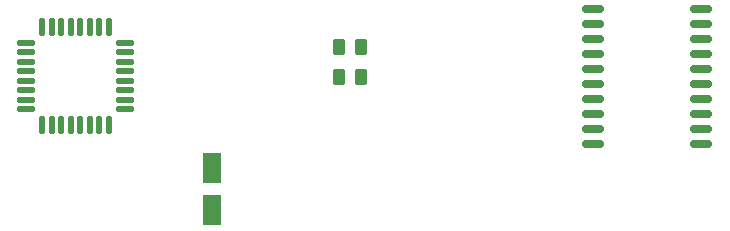
<source format=gbr>
%TF.GenerationSoftware,KiCad,Pcbnew,9.0.0*%
%TF.CreationDate,2025-05-14T14:17:17+02:00*%
%TF.ProjectId,Fluke_8050a_TM1637_Display_PCB,466c756b-655f-4383-9035-30615f544d31,rev?*%
%TF.SameCoordinates,Original*%
%TF.FileFunction,Paste,Bot*%
%TF.FilePolarity,Positive*%
%FSLAX46Y46*%
G04 Gerber Fmt 4.6, Leading zero omitted, Abs format (unit mm)*
G04 Created by KiCad (PCBNEW 9.0.0) date 2025-05-14 14:17:17*
%MOMM*%
%LPD*%
G01*
G04 APERTURE LIST*
G04 Aperture macros list*
%AMRoundRect*
0 Rectangle with rounded corners*
0 $1 Rounding radius*
0 $2 $3 $4 $5 $6 $7 $8 $9 X,Y pos of 4 corners*
0 Add a 4 corners polygon primitive as box body*
4,1,4,$2,$3,$4,$5,$6,$7,$8,$9,$2,$3,0*
0 Add four circle primitives for the rounded corners*
1,1,$1+$1,$2,$3*
1,1,$1+$1,$4,$5*
1,1,$1+$1,$6,$7*
1,1,$1+$1,$8,$9*
0 Add four rect primitives between the rounded corners*
20,1,$1+$1,$2,$3,$4,$5,0*
20,1,$1+$1,$4,$5,$6,$7,0*
20,1,$1+$1,$6,$7,$8,$9,0*
20,1,$1+$1,$8,$9,$2,$3,0*%
G04 Aperture macros list end*
%ADD10RoundRect,0.150000X0.800000X0.150000X-0.800000X0.150000X-0.800000X-0.150000X0.800000X-0.150000X0*%
%ADD11RoundRect,0.250000X-0.262500X-0.450000X0.262500X-0.450000X0.262500X0.450000X-0.262500X0.450000X0*%
%ADD12RoundRect,0.250000X0.550000X-1.050000X0.550000X1.050000X-0.550000X1.050000X-0.550000X-1.050000X0*%
%ADD13RoundRect,0.125000X0.125000X-0.625000X0.125000X0.625000X-0.125000X0.625000X-0.125000X-0.625000X0*%
%ADD14RoundRect,0.125000X0.625000X-0.125000X0.625000X0.125000X-0.625000X0.125000X-0.625000X-0.125000X0*%
G04 APERTURE END LIST*
D10*
%TO.C,U1*%
X202300000Y-45385000D03*
X202300000Y-46655000D03*
X202300000Y-47925000D03*
X202300000Y-49195000D03*
X202300000Y-50465000D03*
X202300000Y-51735000D03*
X202300000Y-53005000D03*
X202300000Y-54275000D03*
X202300000Y-55545000D03*
X202300000Y-56815000D03*
X193100000Y-56815000D03*
X193100000Y-55545000D03*
X193100000Y-54275000D03*
X193100000Y-53005000D03*
X193100000Y-51735000D03*
X193100000Y-50465000D03*
X193100000Y-49195000D03*
X193100000Y-47925000D03*
X193100000Y-46655000D03*
X193100000Y-45385000D03*
%TD*%
D11*
%TO.C,R6*%
X171637500Y-48550000D03*
X173462500Y-48550000D03*
%TD*%
D12*
%TO.C,C1*%
X160850000Y-62400000D03*
X160850000Y-58800000D03*
%TD*%
D11*
%TO.C,R5*%
X171637500Y-51150000D03*
X173462500Y-51150000D03*
%TD*%
D13*
%TO.C,U2*%
X152125000Y-55215000D03*
X151325000Y-55215000D03*
X150525000Y-55215000D03*
X149725000Y-55215000D03*
X148925000Y-55215000D03*
X148125000Y-55215000D03*
X147325000Y-55215000D03*
X146525000Y-55215000D03*
D14*
X145150000Y-53840000D03*
X145150000Y-53040000D03*
X145150000Y-52240000D03*
X145150000Y-51440000D03*
X145150000Y-50640000D03*
X145150000Y-49840000D03*
X145150000Y-49040000D03*
X145150000Y-48240000D03*
D13*
X146525000Y-46865000D03*
X147325000Y-46865000D03*
X148125000Y-46865000D03*
X148925000Y-46865000D03*
X149725000Y-46865000D03*
X150525000Y-46865000D03*
X151325000Y-46865000D03*
X152125000Y-46865000D03*
D14*
X153500000Y-48240000D03*
X153500000Y-49040000D03*
X153500000Y-49840000D03*
X153500000Y-50640000D03*
X153500000Y-51440000D03*
X153500000Y-52240000D03*
X153500000Y-53040000D03*
X153500000Y-53840000D03*
%TD*%
M02*

</source>
